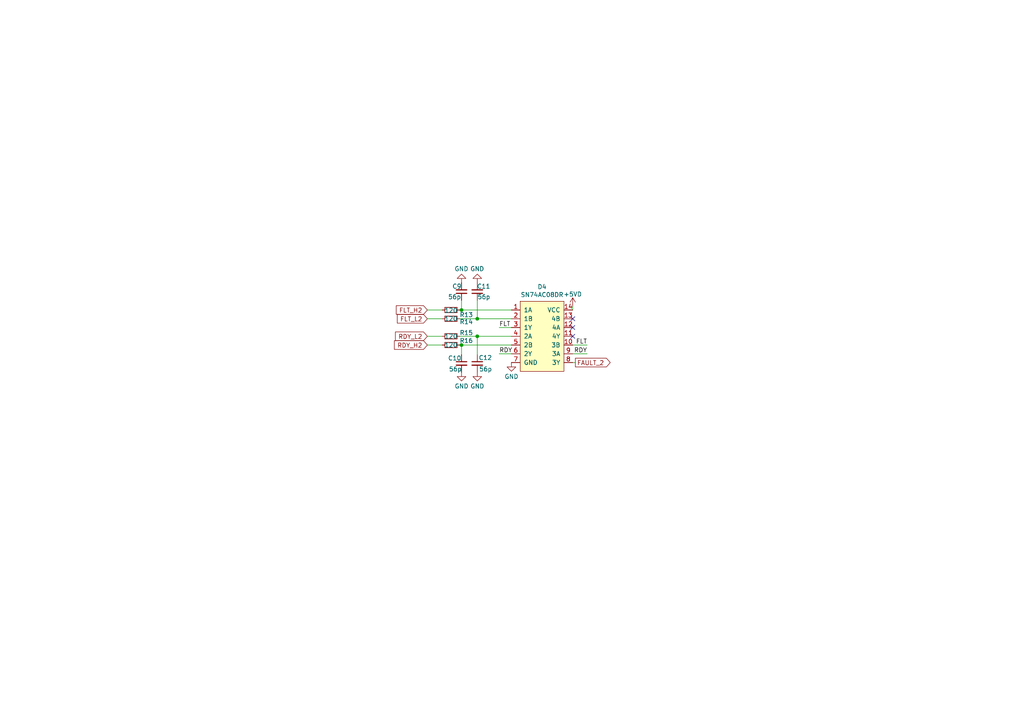
<source format=kicad_sch>
(kicad_sch (version 20211123) (generator eeschema)
  (paper "A4")
  (lib_symbols
    (symbol "Device:C_Small" (pin_numbers hide) (pin_names (offset 0.254) hide)
      (property "Reference" "C" (at 0.254 1.778 0))
      (property "Value" "C_Small" (at 0.254 -2.032 0))
      (symbol "C_Small_0_1"
        (polyline (pts (xy -1.524 -0.508) (xy 1.524 -0.508)) (stroke (width 0.3302)))
        (polyline (pts (xy -1.524 0.508) (xy 1.524 0.508)) (stroke (width 0.3048)))
      )
      (symbol "C_Small_1_1"
        (pin passive line (at 0 2.54 270) (length 2.032) (name "~") (number "1"))
        (pin passive line (at 0 -2.54 90) (length 2.032) (name "~") (number "2"))
      )
    )
    (symbol "Device:R_Small" (pin_numbers hide) (pin_names (offset 0.254) hide)
      (property "Reference" "R" (at 0.762 0.508 0))
      (property "Value" "R_Small" (at 0.762 -1.016 0))
      (symbol "R_Small_0_1"
        (rectangle (start -0.762 1.778) (end 0.762 -1.778) (stroke (width 0.2032)))
      )
      (symbol "R_Small_1_1"
        (pin passive line (at 0 2.54 270) (length 0.762) (name "~") (number "1"))
        (pin passive line (at 0 -2.54 90) (length 0.762) (name "~") (number "2"))
      )
    )
    (symbol "Logic:SN74AC08DR" (pin_names (offset 1.016))
      (property "Reference" "D" (at 0 0 0))
      (property "Value" "Logic_SN74AC08DR" (at 0 -2.54 0))
      (symbol "SN74AC08DR_0_1"
        (rectangle (start -6.35 -3.81) (end 6.35 -24.13) (fill (type background)))
      )
      (symbol "SN74AC08DR_1_1"
        (pin input line (at -8.89 -6.35 0) (length 2.54) (name "1A") (number "1"))
        (pin input line (at 8.89 -16.51 180) (length 2.54) (name "3B") (number "10"))
        (pin output line (at 8.89 -13.97 180) (length 2.54) (name "4Y") (number "11"))
        (pin input line (at 8.89 -11.43 180) (length 2.54) (name "4A") (number "12"))
        (pin input line (at 8.89 -8.89 180) (length 2.54) (name "4B") (number "13"))
        (pin input line (at 8.89 -6.35 180) (length 2.54) (name "VCC") (number "14"))
        (pin input line (at -8.89 -8.89 0) (length 2.54) (name "1B") (number "2"))
        (pin output line (at -8.89 -11.43 0) (length 2.54) (name "1Y") (number "3"))
        (pin input line (at -8.89 -13.97 0) (length 2.54) (name "2A") (number "4"))
        (pin input line (at -8.89 -16.51 0) (length 2.54) (name "2B") (number "5"))
        (pin output line (at -8.89 -19.05 0) (length 2.54) (name "2Y") (number "6"))
        (pin input line (at -8.89 -21.59 0) (length 2.54) (name "GND") (number "7"))
        (pin output line (at 8.89 -21.59 180) (length 2.54) (name "3Y") (number "8"))
        (pin input line (at 8.89 -19.05 180) (length 2.54) (name "3A") (number "9"))
      )
    )
    (symbol "power:+5VD" (power) (pin_names (offset 0))
      (property "Value" "+5VD" (at 0 3.556 0))
      (symbol "+5VD_0_1"
        (polyline (pts (xy -0.762 1.27) (xy 0 2.54)))
        (polyline (pts (xy 0 0) (xy 0 2.54)))
        (polyline (pts (xy 0 2.54) (xy 0.762 1.27)))
      )
      (symbol "+5VD_1_1"
        (pin power_in line (at 0 0 90) (length 0) hide (name "+5VD") (number "1"))
      )
    )
    (symbol "power:GND" (power) (pin_names (offset 0))
      (property "Value" "GND" (at 0 -3.81 0))
      (symbol "GND_0_1"
        (polyline (pts (xy 0 0) (xy 0 -1.27) (xy 1.27 -1.27) (xy 0 -2.54) (xy -1.27 -1.27) (xy 0 -1.27)))
      )
      (symbol "GND_1_1"
        (pin power_in line (at 0 0 270) (length 0) hide (name "GND") (number "1"))
      )
    )
  )
  (junction (at 138.43 92.456))
  (junction (at 133.858 100.076))
  (junction (at 133.858 89.916))
  (junction (at 138.43 97.536))
  (no_connect (at 166.116 97.536))
  (no_connect (at 166.116 94.996))
  (no_connect (at 166.116 92.456))
  (wire (pts (xy 144.78 94.996) (xy 148.336 94.996)))
  (wire (pts (xy 123.952 100.076) (xy 128.27 100.076)))
  (wire (pts (xy 123.952 89.916) (xy 128.27 89.916)))
  (wire (pts (xy 133.35 89.916) (xy 133.858 89.916)))
  (wire (pts (xy 170.307 100.076) (xy 166.116 100.076)))
  (wire (pts (xy 133.858 89.916) (xy 148.336 89.916)))
  (wire (pts (xy 133.858 100.076) (xy 148.336 100.076)))
  (wire (pts (xy 138.43 102.87) (xy 138.43 97.536)))
  (wire (pts (xy 123.952 92.456) (xy 128.27 92.456)))
  (wire (pts (xy 138.43 97.536) (xy 148.336 97.536)))
  (wire (pts (xy 138.43 87.122) (xy 138.43 92.456)))
  (wire (pts (xy 133.35 97.536) (xy 138.43 97.536)))
  (wire (pts (xy 170.307 102.616) (xy 166.116 102.616)))
  (wire (pts (xy 138.43 92.456) (xy 148.336 92.456)))
  (wire (pts (xy 166.116 105.156) (xy 166.878 105.156)))
  (wire (pts (xy 133.35 92.456) (xy 138.43 92.456)))
  (wire (pts (xy 144.78 102.616) (xy 148.336 102.616)))
  (wire (pts (xy 133.35 100.076) (xy 133.858 100.076)))
  (wire (pts (xy 123.952 97.536) (xy 128.27 97.536)))
  (wire (pts (xy 133.858 87.122) (xy 133.858 89.916)))
  (wire (pts (xy 166.116 89.916) (xy 166.116 88.9)))
  (wire (pts (xy 133.858 102.87) (xy 133.858 100.076)))
  (label "RDY" (at 170.307 102.616 180))
  (label "RDY" (at 144.78 102.616 0))
  (label "FLT" (at 144.78 94.996 0))
  (label "FLT" (at 170.307 100.076 180))
  (global_label "RDY_L2" (shape input) (at 123.952 97.536 180) (property "Intersheet References" "${INTERSHEET_REFS}" (effects hide)))
  (global_label "FAULT_2" (shape output) (at 166.878 105.156 0) (property "Intersheet References" "${INTERSHEET_REFS}" (effects hide)))
  (global_label "FLT_L2" (shape input) (at 123.952 92.456 180) (property "Intersheet References" "${INTERSHEET_REFS}" (effects hide)))
  (global_label "RDY_H2" (shape input) (at 123.952 100.076 180) (property "Intersheet References" "${INTERSHEET_REFS}" (effects hide)))
  (global_label "FLT_H2" (shape input) (at 123.952 89.916 180) (property "Intersheet References" "${INTERSHEET_REFS}" (effects hide)))
  (symbol (lib_id "Logic:SN74AC08DR") (at 157.226 83.566 0) (unit 1)
    (property "Reference" "D4" (at 157.226 83.185 0))
    (property "Value" "SN74AC08DR" (at 157.226 85.4964 0))
    (property "Footprint" "Package_SO:SOIC-14_3.9x8.7mm_P1.27mm" (effects hide))
  )
  (symbol (lib_id "Device:R_Small") (at 130.81 97.536 270) (unit 1)
    (property "Reference" "R15" (at 135.255 96.52 90))
    (property "Value" "120" (at 130.81 97.536 90))
    (property "Footprint" "Resistor_SMD:R_0805_2012Metric_Pad1.20x1.40mm_HandSolder" (effects hide))
  )
  (symbol (lib_id "Device:R_Small") (at 130.81 89.916 270) (unit 1)
    (property "Reference" "R13" (at 135.255 91.313 90))
    (property "Value" "120" (at 130.81 90.043 90))
    (property "Footprint" "Resistor_SMD:R_0805_2012Metric_Pad1.20x1.40mm_HandSolder" (effects hide))
  )
  (symbol (lib_id "Device:C_Small") (at 133.858 84.582 180) (unit 1)
    (property "Reference" "C9" (at 133.858 83.058 0) (effects (justify left)))
    (property "Value" "56p" (at 133.731 86.106 0) (effects (justify left)))
    (property "Footprint" "Capacitor_SMD:C_0805_2012Metric_Pad1.18x1.45mm_HandSolder" (effects hide))
  )
  (symbol (lib_id "Device:C_Small") (at 133.858 105.41 0) (unit 1)
    (property "Reference" "C10" (at 129.921 103.886 0) (effects (justify left)))
    (property "Value" "56p" (at 130.175 107.061 0) (effects (justify left)))
    (property "Footprint" "Capacitor_SMD:C_0805_2012Metric_Pad1.18x1.45mm_HandSolder" (effects hide))
  )
  (symbol (lib_id "power:GND") (at 138.43 107.95 0) (unit 1)
    (property "Reference" "#PWR027" (effects hide))
    (property "Value" "GND" (at 136.398 112.014 0) (effects (justify left)))
  )
  (symbol (lib_id "power:GND") (at 133.858 82.042 180) (unit 1)
    (property "Reference" "#PWR024" (effects hide))
    (property "Value" "GND" (at 135.89 77.978 0) (effects (justify left)))
  )
  (symbol (lib_id "Device:R_Small") (at 130.81 92.456 270) (unit 1)
    (property "Reference" "R14" (at 135.255 93.345 90))
    (property "Value" "120" (at 130.81 92.456 90))
    (property "Footprint" "Resistor_SMD:R_0805_2012Metric_Pad1.20x1.40mm_HandSolder" (effects hide))
  )
  (symbol (lib_id "Device:C_Small") (at 138.43 105.41 0) (unit 1)
    (property "Reference" "C12" (at 138.811 103.759 0) (effects (justify left)))
    (property "Value" "56p" (at 138.938 107.061 0) (effects (justify left)))
    (property "Footprint" "Capacitor_SMD:C_0805_2012Metric_Pad1.18x1.45mm_HandSolder" (effects hide))
  )
  (symbol (lib_id "power:GND") (at 133.858 107.95 0) (unit 1)
    (property "Reference" "#PWR025" (effects hide))
    (property "Value" "GND" (at 131.826 112.014 0) (effects (justify left)))
  )
  (symbol (lib_id "Device:C_Small") (at 138.43 84.582 180) (unit 1)
    (property "Reference" "C11" (at 142.24 83.058 0) (effects (justify left)))
    (property "Value" "56p" (at 142.24 86.106 0) (effects (justify left)))
    (property "Footprint" "Capacitor_SMD:C_0805_2012Metric_Pad1.18x1.45mm_HandSolder" (effects hide))
  )
  (symbol (lib_id "power:+5VD") (at 166.116 88.9 0) (unit 1)
    (property "Reference" "#PWR029" (effects hide))
    (property "Value" "+5VD" (at 166.116 85.344 0))
  )
  (symbol (lib_id "Device:R_Small") (at 130.81 100.076 270) (unit 1)
    (property "Reference" "R16" (at 135.255 98.806 90))
    (property "Value" "120" (at 130.81 100.076 90))
    (property "Footprint" "Resistor_SMD:R_0805_2012Metric_Pad1.20x1.40mm_HandSolder" (effects hide))
  )
  (symbol (lib_id "power:GND") (at 148.336 105.156 0) (unit 1)
    (property "Reference" "#PWR028" (effects hide))
    (property "Value" "GND" (at 146.304 109.22 0) (effects (justify left)))
  )
  (symbol (lib_id "power:GND") (at 138.43 82.042 180) (unit 1)
    (property "Reference" "#PWR026" (effects hide))
    (property "Value" "GND" (at 140.462 77.978 0) (effects (justify left)))
  )
)
</source>
